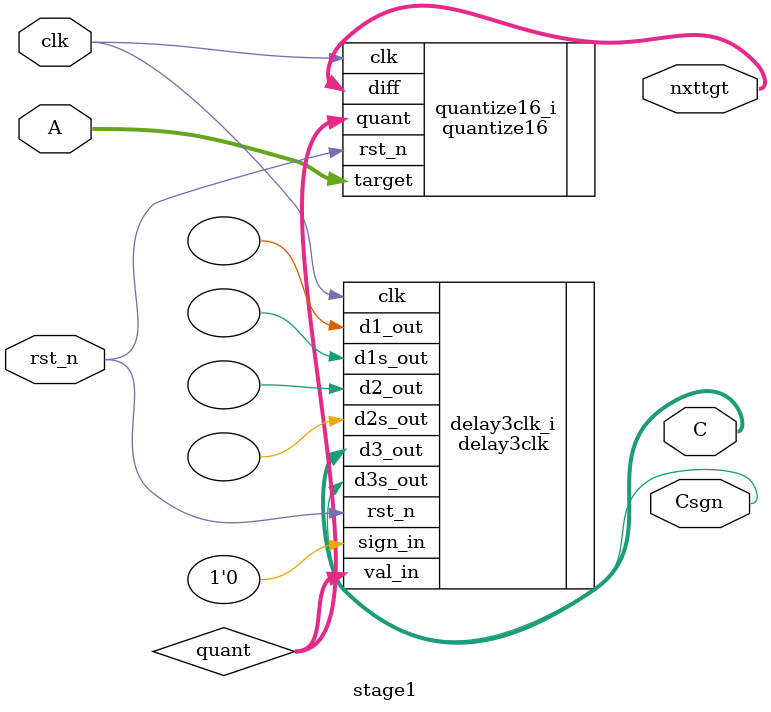
<source format=sv>


module stage1 (
  input bit clk,
  input bit rst_n,

  input  [31:0] A,
  output [15:0] C,     // to final signed addition
  output Csgn,         // to final signed addition
  output [31:0] nxttgt // for next stage
  );

  //
  wire [15:0] quant;
  quantize16 quantize16_i(
    .clk(clk),
    .rst_n(rst_n),
    .target(A),
    .quant(quant),
    .diff(nxttgt)
  );

  // no delayed diff is required
  delay3clk delay3clk_i(
    .clk(clk),
    .rst_n(rst_n),
    .val_in(quant),
    .sign_in(1'b0),
    /* verilator lint_off PINCONNECTEMPTY */
    .d1_out(),
    .d1s_out(),
    .d2_out(),
    .d2s_out(),
    /* verilator lint_on PINCONNECTEMPTY */
    .d3_out(C),
    .d3s_out(Csgn)
  );

endmodule

</source>
